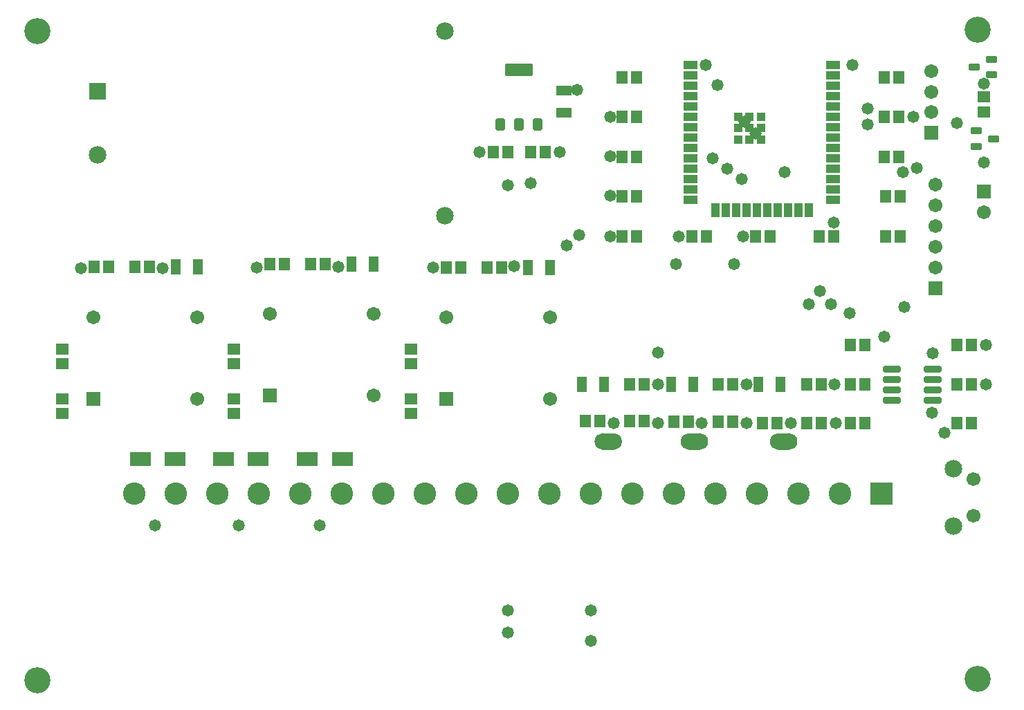
<source format=gts>
G04*
G04 #@! TF.GenerationSoftware,Altium Limited,Altium Designer,20.0.2 (26)*
G04*
G04 Layer_Color=8388736*
%FSLAX25Y25*%
%MOIN*%
G70*
G01*
G75*
%ADD11C,0.01000*%
G04:AMPARAMS|DCode=13|XSize=56.42mil|YSize=31.62mil|CornerRadius=6.95mil|HoleSize=0mil|Usage=FLASHONLY|Rotation=0.000|XOffset=0mil|YOffset=0mil|HoleType=Round|Shape=RoundedRectangle|*
%AMROUNDEDRECTD13*
21,1,0.05642,0.01772,0,0,0.0*
21,1,0.04252,0.03162,0,0,0.0*
1,1,0.01391,0.02126,-0.00886*
1,1,0.01391,-0.02126,-0.00886*
1,1,0.01391,-0.02126,0.00886*
1,1,0.01391,0.02126,0.00886*
%
%ADD13ROUNDEDRECTD13*%
G04:AMPARAMS|DCode=14|XSize=85.56mil|YSize=31.23mil|CornerRadius=6.9mil|HoleSize=0mil|Usage=FLASHONLY|Rotation=0.000|XOffset=0mil|YOffset=0mil|HoleType=Round|Shape=RoundedRectangle|*
%AMROUNDEDRECTD14*
21,1,0.08556,0.01742,0,0,0.0*
21,1,0.07175,0.03123,0,0,0.0*
1,1,0.01381,0.03588,-0.00871*
1,1,0.01381,-0.03588,-0.00871*
1,1,0.01381,-0.03588,0.00871*
1,1,0.01381,0.03588,0.00871*
%
%ADD14ROUNDEDRECTD14*%
%ADD15R,0.04343X0.04343*%
%ADD16R,0.04343X0.06706*%
%ADD17R,0.06706X0.04343*%
%ADD18R,0.07493X0.05131*%
G04:AMPARAMS|DCode=19|XSize=59.58mil|YSize=135.56mil|CornerRadius=7.87mil|HoleSize=0mil|Usage=FLASHONLY|Rotation=90.000|XOffset=0mil|YOffset=0mil|HoleType=Round|Shape=RoundedRectangle|*
%AMROUNDEDRECTD19*
21,1,0.05958,0.11982,0,0,90.0*
21,1,0.04384,0.13556,0,0,90.0*
1,1,0.01574,0.05991,0.02192*
1,1,0.01574,0.05991,-0.02192*
1,1,0.01574,-0.05991,-0.02192*
1,1,0.01574,-0.05991,0.02192*
%
%ADD19ROUNDEDRECTD19*%
G04:AMPARAMS|DCode=20|XSize=59.58mil|YSize=44.61mil|CornerRadius=6.75mil|HoleSize=0mil|Usage=FLASHONLY|Rotation=90.000|XOffset=0mil|YOffset=0mil|HoleType=Round|Shape=RoundedRectangle|*
%AMROUNDEDRECTD20*
21,1,0.05958,0.03112,0,0,90.0*
21,1,0.04608,0.04461,0,0,90.0*
1,1,0.01349,0.01556,0.02304*
1,1,0.01349,0.01556,-0.02304*
1,1,0.01349,-0.01556,-0.02304*
1,1,0.01349,-0.01556,0.02304*
%
%ADD20ROUNDEDRECTD20*%
%ADD21C,0.03800*%
%ADD22R,0.09973X0.06942*%
%ADD23R,0.06312X0.05524*%
%ADD24R,0.05524X0.06312*%
%ADD25R,0.05131X0.07493*%
%ADD26C,0.06737*%
%ADD27R,0.06737X0.06737*%
%ADD28R,0.06706X0.06706*%
%ADD29C,0.06706*%
%ADD30C,0.10839*%
%ADD31R,0.10839X0.10839*%
%ADD32C,0.08477*%
%ADD33R,0.08477X0.08477*%
%ADD34C,0.06698*%
%ADD35C,0.12611*%
%ADD36C,0.05800*%
G36*
X502500Y262900D02*
X503800D01*
X506000Y260700D01*
X505900Y260600D01*
Y258100D01*
X503900Y256100D01*
X502500D01*
Y255500D01*
X497000D01*
Y256100D01*
X496200D01*
X494900Y256800D01*
X494200Y257200D01*
X493500Y260000D01*
X494400Y261800D01*
X495000Y262500D01*
X495200Y262700D01*
X495600Y262900D01*
X497000D01*
Y263500D01*
X502500D01*
Y262900D01*
D02*
G37*
G36*
X459500D02*
X460800D01*
X463000Y260700D01*
X462900Y260600D01*
Y258100D01*
X460900Y256100D01*
X459500D01*
Y255500D01*
X454000D01*
Y256100D01*
X453200D01*
X451900Y256800D01*
X451200Y257200D01*
X450500Y260000D01*
X451400Y261800D01*
X452000Y262500D01*
X452200Y262700D01*
X452600Y262900D01*
X454000D01*
Y263500D01*
X459500D01*
Y262900D01*
D02*
G37*
G36*
X418000D02*
X419300D01*
X421500Y260700D01*
X421400Y260600D01*
Y258100D01*
X419400Y256100D01*
X418000D01*
Y255500D01*
X412500D01*
Y256100D01*
X411700D01*
X410400Y256800D01*
X409700Y257200D01*
X409000Y260000D01*
X409900Y261800D01*
X410500Y262500D01*
X410700Y262700D01*
X411100Y262900D01*
X412500D01*
Y263500D01*
X418000D01*
Y262900D01*
D02*
G37*
D11*
X463118Y259500D02*
G03*
X463118Y259500I-3575J0D01*
G01*
X458000D02*
G03*
X458000Y259500I-3575J0D01*
G01*
X501000D02*
G03*
X501000Y259500I-3575J0D01*
G01*
X506118D02*
G03*
X506118Y259500I-3575J0D01*
G01*
X416500D02*
G03*
X416500Y259500I-3575J0D01*
G01*
X421618D02*
G03*
X421618Y259500I-3575J0D01*
G01*
D13*
X592827Y409240D02*
D03*
X601173Y405500D02*
D03*
X592827Y401760D02*
D03*
X600173Y436260D02*
D03*
X591827Y440000D02*
D03*
X600173Y443740D02*
D03*
D14*
X552256Y294500D02*
D03*
Y289500D02*
D03*
Y284500D02*
D03*
Y279500D02*
D03*
X571744D02*
D03*
Y284500D02*
D03*
Y289500D02*
D03*
Y294500D02*
D03*
D15*
X489055Y416118D02*
D03*
X483543D02*
D03*
X478031D02*
D03*
Y410606D02*
D03*
Y405094D02*
D03*
X483543D02*
D03*
X489055D02*
D03*
Y410606D02*
D03*
X483543D02*
D03*
D16*
X466949Y371079D02*
D03*
X471949D02*
D03*
X476949D02*
D03*
X481949D02*
D03*
X486949D02*
D03*
X491949D02*
D03*
X496949D02*
D03*
X501949D02*
D03*
X506949D02*
D03*
X511949D02*
D03*
D17*
X523898Y441000D02*
D03*
Y436000D02*
D03*
Y431000D02*
D03*
Y426000D02*
D03*
Y421000D02*
D03*
Y416000D02*
D03*
Y411000D02*
D03*
Y406000D02*
D03*
Y401000D02*
D03*
Y396000D02*
D03*
Y391000D02*
D03*
Y386000D02*
D03*
Y381000D02*
D03*
Y376000D02*
D03*
X455000D02*
D03*
Y381000D02*
D03*
Y386000D02*
D03*
Y391000D02*
D03*
Y396000D02*
D03*
Y401000D02*
D03*
Y406000D02*
D03*
Y411000D02*
D03*
Y416000D02*
D03*
Y421000D02*
D03*
Y426000D02*
D03*
Y431000D02*
D03*
Y436000D02*
D03*
Y441000D02*
D03*
D18*
X394000Y418185D02*
D03*
Y428815D02*
D03*
D19*
X372500Y438580D02*
D03*
D20*
X381516Y412241D02*
D03*
X372500D02*
D03*
X363484D02*
D03*
D21*
X453400Y259500D02*
D03*
X460500D02*
D03*
X503500D02*
D03*
X496400D02*
D03*
X419000D02*
D03*
X411900D02*
D03*
D22*
X270575Y251000D02*
D03*
X287425D02*
D03*
X206925D02*
D03*
X190075D02*
D03*
X246925D02*
D03*
X230075D02*
D03*
D23*
X596500Y418457D02*
D03*
Y425543D02*
D03*
X152500Y296957D02*
D03*
Y304043D02*
D03*
Y280043D02*
D03*
Y272957D02*
D03*
X320500Y280043D02*
D03*
Y272957D02*
D03*
X320500Y296957D02*
D03*
Y304043D02*
D03*
X235000Y296957D02*
D03*
Y304043D02*
D03*
X235000Y280043D02*
D03*
Y272957D02*
D03*
D24*
X548457Y396750D02*
D03*
X555543D02*
D03*
X421957Y435000D02*
D03*
X429043D02*
D03*
X556043Y377625D02*
D03*
X548957D02*
D03*
X556043Y358500D02*
D03*
X548957D02*
D03*
X555543Y415875D02*
D03*
X548457D02*
D03*
X548457Y435000D02*
D03*
X555543D02*
D03*
X517065Y358500D02*
D03*
X524152D02*
D03*
X429043Y358500D02*
D03*
X421957D02*
D03*
X462722D02*
D03*
X455635D02*
D03*
X493437D02*
D03*
X486350D02*
D03*
X429043Y377625D02*
D03*
X421957D02*
D03*
X429043Y415875D02*
D03*
X421957D02*
D03*
X385043Y399000D02*
D03*
X377957D02*
D03*
X359957Y399000D02*
D03*
X367043D02*
D03*
X468357Y269013D02*
D03*
X475443D02*
D03*
X518043Y287000D02*
D03*
X510957D02*
D03*
X432843D02*
D03*
X425757D02*
D03*
X510957Y268513D02*
D03*
X518043D02*
D03*
X489657D02*
D03*
X496743D02*
D03*
X475443Y287000D02*
D03*
X468357D02*
D03*
X454143Y269013D02*
D03*
X447057D02*
D03*
X425757Y269513D02*
D03*
X432843D02*
D03*
X404457D02*
D03*
X411543D02*
D03*
X364256Y343500D02*
D03*
X357169D02*
D03*
X344543D02*
D03*
X337457D02*
D03*
X429043Y396750D02*
D03*
X421957D02*
D03*
X532082Y306000D02*
D03*
X539168D02*
D03*
X532082Y287000D02*
D03*
X539168D02*
D03*
X532082Y268500D02*
D03*
X539168D02*
D03*
X583500Y306000D02*
D03*
X590587D02*
D03*
X590587Y287000D02*
D03*
X583500D02*
D03*
Y268500D02*
D03*
X590587D02*
D03*
X279256Y345152D02*
D03*
X272169D02*
D03*
X259543D02*
D03*
X252457D02*
D03*
X194587Y343652D02*
D03*
X187500D02*
D03*
X167787D02*
D03*
X174874D02*
D03*
D25*
X413315Y287000D02*
D03*
X402685D02*
D03*
X456545D02*
D03*
X445915D02*
D03*
X498315D02*
D03*
X487685D02*
D03*
X376685Y343500D02*
D03*
X387315D02*
D03*
X291685Y345152D02*
D03*
X302315D02*
D03*
X207016Y343652D02*
D03*
X217646D02*
D03*
D26*
X571000Y428158D02*
D03*
Y438000D02*
D03*
Y418315D02*
D03*
X217500Y319521D02*
D03*
Y280151D02*
D03*
X167500Y319521D02*
D03*
X387500D02*
D03*
Y280151D02*
D03*
X337500Y319521D02*
D03*
X302500Y321021D02*
D03*
Y281651D02*
D03*
X252500Y321021D02*
D03*
D27*
X571000Y408472D02*
D03*
X167500Y280151D02*
D03*
X337500D02*
D03*
X252500Y281651D02*
D03*
D28*
X573000Y333500D02*
D03*
X596500Y380000D02*
D03*
D29*
X573000Y343500D02*
D03*
Y353500D02*
D03*
Y363500D02*
D03*
Y373500D02*
D03*
Y383500D02*
D03*
X596500Y370000D02*
D03*
D30*
X187000Y234500D02*
D03*
X207000D02*
D03*
X227000D02*
D03*
X247000D02*
D03*
X267000D02*
D03*
X287000D02*
D03*
X307000D02*
D03*
X327000D02*
D03*
X347000D02*
D03*
X367000D02*
D03*
X387000D02*
D03*
X407000D02*
D03*
X427000D02*
D03*
X447000D02*
D03*
X467000D02*
D03*
X487000D02*
D03*
X507000D02*
D03*
X527000D02*
D03*
D31*
X547000D02*
D03*
D32*
X336661Y368512D02*
D03*
Y457488D02*
D03*
X169339Y397646D02*
D03*
X581697Y218843D02*
D03*
Y246441D02*
D03*
D33*
X169339Y428354D02*
D03*
D34*
X591500Y241500D02*
D03*
Y223783D02*
D03*
D35*
X593500Y145000D02*
D03*
Y458000D02*
D03*
X140500Y457500D02*
D03*
Y144500D02*
D03*
D36*
X577600Y263600D02*
D03*
X597500Y287000D02*
D03*
X517500Y332000D02*
D03*
X558000Y324500D02*
D03*
X583430Y413103D02*
D03*
X596500Y394000D02*
D03*
X564000Y391500D02*
D03*
X596500Y432000D02*
D03*
X486500Y408000D02*
D03*
X481248Y413618D02*
D03*
X557500Y389500D02*
D03*
X540500Y420000D02*
D03*
Y412500D02*
D03*
X531750Y321250D02*
D03*
X524000Y365000D02*
D03*
X462500Y441000D02*
D03*
X533000D02*
D03*
X468000Y431500D02*
D03*
X500500Y389500D02*
D03*
X479882Y385882D02*
D03*
X472618Y390882D02*
D03*
X465882Y395882D02*
D03*
X407000Y178000D02*
D03*
X367000D02*
D03*
X407000Y163500D02*
D03*
X367000Y167500D02*
D03*
X524500Y287000D02*
D03*
X439500Y302500D02*
D03*
X548500Y310000D02*
D03*
X276500Y219000D02*
D03*
X237500D02*
D03*
X197000D02*
D03*
X285500Y343606D02*
D03*
X200831Y343106D02*
D03*
X503500Y268500D02*
D03*
X460500D02*
D03*
X418000D02*
D03*
X400500Y429000D02*
D03*
X331000Y343500D02*
D03*
X246000D02*
D03*
X161331Y343000D02*
D03*
X370000Y344000D02*
D03*
X522750Y325750D02*
D03*
X512000D02*
D03*
X476000Y345000D02*
D03*
X448000D02*
D03*
X395500Y354000D02*
D03*
X401500Y359000D02*
D03*
X480500Y358500D02*
D03*
X571750Y302000D02*
D03*
X562437Y415938D02*
D03*
X378000Y384000D02*
D03*
X597500Y306000D02*
D03*
X482000Y287000D02*
D03*
X439500D02*
D03*
X571500Y273500D02*
D03*
X367000Y383000D02*
D03*
X525000Y268500D02*
D03*
X482000D02*
D03*
X439500D02*
D03*
X392000Y399000D02*
D03*
X353500D02*
D03*
X449500Y358500D02*
D03*
X416500D02*
D03*
Y378000D02*
D03*
Y397000D02*
D03*
Y416000D02*
D03*
M02*

</source>
